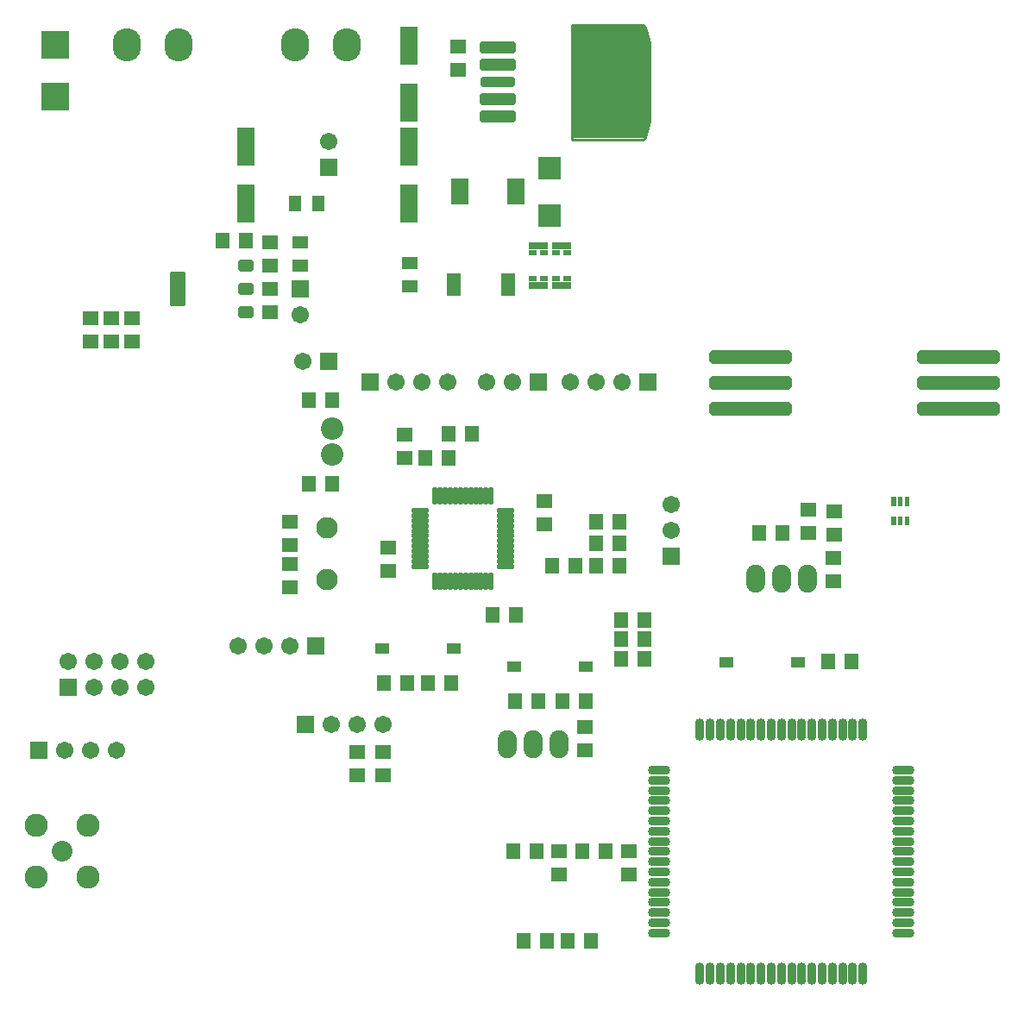
<source format=gts>
G04*
G04 #@! TF.GenerationSoftware,Altium Limited,Altium Designer,22.2.1 (43)*
G04*
G04 Layer_Color=8388736*
%FSLAX24Y24*%
%MOIN*%
G70*
G04*
G04 #@! TF.SameCoordinates,AB8B2AD1-1602-442A-A43A-F402AF7CDF0B*
G04*
G04*
G04 #@! TF.FilePolarity,Negative*
G04*
G01*
G75*
%ADD14C,0.0100*%
G04:AMPARAMS|DCode=36|XSize=39.4mil|YSize=133.9mil|CornerRadius=9.8mil|HoleSize=0mil|Usage=FLASHONLY|Rotation=270.000|XOffset=0mil|YOffset=0mil|HoleType=Round|Shape=RoundedRectangle|*
%AMROUNDEDRECTD36*
21,1,0.0394,0.1142,0,0,270.0*
21,1,0.0197,0.1339,0,0,270.0*
1,1,0.0197,-0.0571,-0.0098*
1,1,0.0197,-0.0571,0.0098*
1,1,0.0197,0.0571,0.0098*
1,1,0.0197,0.0571,-0.0098*
%
%ADD36ROUNDEDRECTD36*%
%ADD40C,0.0200*%
%ADD41R,0.2820X0.4380*%
%ADD42R,0.0630X0.0580*%
%ADD43R,0.0580X0.0630*%
%ADD44R,0.0138X0.0315*%
%ADD45R,0.0552X0.0395*%
G04:AMPARAMS|DCode=46|XSize=69.4mil|YSize=19.8mil|CornerRadius=8.1mil|HoleSize=0mil|Usage=FLASHONLY|Rotation=270.000|XOffset=0mil|YOffset=0mil|HoleType=Round|Shape=RoundedRectangle|*
%AMROUNDEDRECTD46*
21,1,0.0694,0.0035,0,0,270.0*
21,1,0.0531,0.0198,0,0,270.0*
1,1,0.0163,-0.0018,-0.0266*
1,1,0.0163,-0.0018,0.0266*
1,1,0.0163,0.0018,0.0266*
1,1,0.0163,0.0018,-0.0266*
%
%ADD46ROUNDEDRECTD46*%
G04:AMPARAMS|DCode=47|XSize=69.4mil|YSize=19.8mil|CornerRadius=8.1mil|HoleSize=0mil|Usage=FLASHONLY|Rotation=180.000|XOffset=0mil|YOffset=0mil|HoleType=Round|Shape=RoundedRectangle|*
%AMROUNDEDRECTD47*
21,1,0.0694,0.0035,0,0,180.0*
21,1,0.0531,0.0198,0,0,180.0*
1,1,0.0163,-0.0266,0.0018*
1,1,0.0163,0.0266,0.0018*
1,1,0.0163,0.0266,-0.0018*
1,1,0.0163,-0.0266,-0.0018*
%
%ADD47ROUNDEDRECTD47*%
G04:AMPARAMS|DCode=48|XSize=44.6mil|YSize=59.6mil|CornerRadius=6.7mil|HoleSize=0mil|Usage=FLASHONLY|Rotation=90.000|XOffset=0mil|YOffset=0mil|HoleType=Round|Shape=RoundedRectangle|*
%AMROUNDEDRECTD48*
21,1,0.0446,0.0461,0,0,90.0*
21,1,0.0311,0.0596,0,0,90.0*
1,1,0.0135,0.0230,0.0156*
1,1,0.0135,0.0230,-0.0156*
1,1,0.0135,-0.0230,-0.0156*
1,1,0.0135,-0.0230,0.0156*
%
%ADD48ROUNDEDRECTD48*%
G04:AMPARAMS|DCode=49|XSize=135.6mil|YSize=59.6mil|CornerRadius=7.9mil|HoleSize=0mil|Usage=FLASHONLY|Rotation=90.000|XOffset=0mil|YOffset=0mil|HoleType=Round|Shape=RoundedRectangle|*
%AMROUNDEDRECTD49*
21,1,0.1356,0.0438,0,0,90.0*
21,1,0.1198,0.0596,0,0,90.0*
1,1,0.0157,0.0219,0.0599*
1,1,0.0157,0.0219,-0.0599*
1,1,0.0157,-0.0219,-0.0599*
1,1,0.0157,-0.0219,0.0599*
%
%ADD49ROUNDEDRECTD49*%
%ADD50R,0.0630X0.0474*%
%ADD51R,0.0474X0.0630*%
%ADD52R,0.0710X0.1458*%
%ADD53R,0.0552X0.0907*%
%ADD54R,0.0730X0.0316*%
%ADD55R,0.0867X0.0867*%
%ADD56R,0.0671X0.1025*%
G04:AMPARAMS|DCode=57|XSize=47.4mil|YSize=141.9mil|CornerRadius=13.8mil|HoleSize=0mil|Usage=FLASHONLY|Rotation=270.000|XOffset=0mil|YOffset=0mil|HoleType=Round|Shape=RoundedRectangle|*
%AMROUNDEDRECTD57*
21,1,0.0474,0.1142,0,0,270.0*
21,1,0.0197,0.1419,0,0,270.0*
1,1,0.0277,-0.0571,-0.0098*
1,1,0.0277,-0.0571,0.0098*
1,1,0.0277,0.0571,0.0098*
1,1,0.0277,0.0571,-0.0098*
%
%ADD57ROUNDEDRECTD57*%
%ADD58O,0.0356X0.0867*%
%ADD59O,0.0867X0.0356*%
G04:AMPARAMS|DCode=60|XSize=323mil|YSize=55.2mil|CornerRadius=0mil|HoleSize=0mil|Usage=FLASHONLY|Rotation=180.000|XOffset=0mil|YOffset=0mil|HoleType=Round|Shape=Octagon|*
%AMOCTAGOND60*
4,1,8,-0.1615,0.0138,-0.1615,-0.0138,-0.1477,-0.0276,0.1477,-0.0276,0.1615,-0.0138,0.1615,0.0138,0.1477,0.0276,-0.1477,0.0276,-0.1615,0.0138,0.0*
%
%ADD60OCTAGOND60*%

%ADD61C,0.0900*%
%ADD62C,0.0800*%
%ADD63R,0.0671X0.0671*%
%ADD64C,0.0671*%
%ADD65O,0.0740X0.1080*%
%ADD66C,0.0830*%
%ADD67C,0.0867*%
%ADD68R,0.0671X0.0671*%
%ADD69O,0.1080X0.1280*%
%ADD70R,0.1064X0.1064*%
G36*
X21564Y29663D02*
X21259D01*
Y29860D01*
X21564D01*
Y29663D01*
D02*
G37*
G36*
X21141D02*
X20836D01*
Y29860D01*
X21141D01*
Y29663D01*
D02*
G37*
G36*
X20664D02*
X20359D01*
Y29860D01*
X20664D01*
Y29663D01*
D02*
G37*
G36*
X20241D02*
X19936D01*
Y29860D01*
X20241D01*
Y29663D01*
D02*
G37*
G36*
X21564Y28640D02*
X21259D01*
Y28837D01*
X21564D01*
Y28640D01*
D02*
G37*
G36*
X21141D02*
X20836D01*
Y28837D01*
X21141D01*
Y28640D01*
D02*
G37*
G36*
X20664D02*
X20359D01*
Y28837D01*
X20664D01*
Y28640D01*
D02*
G37*
G36*
X20241D02*
X19936D01*
Y28837D01*
X20241D01*
Y28640D01*
D02*
G37*
G36*
X34389Y19947D02*
X34211D01*
Y20301D01*
X34389D01*
Y19947D01*
D02*
G37*
G36*
X34644Y19947D02*
X34467D01*
Y20301D01*
X34644D01*
Y19947D01*
D02*
G37*
G36*
X34133Y19947D02*
X33955D01*
Y20301D01*
X34133D01*
Y19947D01*
D02*
G37*
G36*
Y19199D02*
X33955D01*
Y19553D01*
X34133D01*
Y19199D01*
D02*
G37*
G36*
X34389Y19198D02*
X34211D01*
Y19553D01*
X34389D01*
Y19198D01*
D02*
G37*
G36*
X34644Y19198D02*
X34468D01*
Y19553D01*
X34644D01*
Y19198D01*
D02*
G37*
G54D14*
X24618Y34800D02*
X24623Y34835D01*
X24618Y34800D02*
X24623Y34835D01*
X24327Y34123D02*
X24405Y34149D01*
X24451Y34216D01*
X24327Y34123D02*
X24405Y34149D01*
X24451Y34216D01*
X24623Y37835D02*
X24618Y37871D01*
X24623Y37835D02*
X24618Y37871D01*
X24451Y38454D02*
X24405Y38522D01*
X24327Y38548D01*
X24451Y38454D02*
X24405Y38522D01*
X24327Y38548D01*
X24451Y34217D02*
X24618Y34800D01*
X24623Y34835D02*
Y37835D01*
X23827Y34123D02*
X24327D01*
X24451Y38454D02*
X24618Y37871D01*
X23827Y38548D02*
X24327D01*
X21602D02*
X23827D01*
X21600Y38546D02*
X21602Y38548D01*
X21600Y34350D02*
Y38546D01*
Y34100D02*
Y34350D01*
Y34100D02*
X24350D01*
X24400Y34150D01*
G54D36*
X18750Y36350D02*
D03*
G54D40*
X24477Y34512D02*
Y38152D01*
G54D41*
X23060Y36332D02*
D03*
G54D42*
X23800Y5700D02*
D03*
Y6600D02*
D03*
X21100Y5700D02*
D03*
Y6600D02*
D03*
X13300Y10450D02*
D03*
Y9550D02*
D03*
X14300Y10450D02*
D03*
Y9550D02*
D03*
X30750Y18900D02*
D03*
Y19800D02*
D03*
X31750Y18850D02*
D03*
Y19750D02*
D03*
X31700Y17050D02*
D03*
Y17950D02*
D03*
X22100Y11400D02*
D03*
Y10500D02*
D03*
X20550Y19250D02*
D03*
Y20150D02*
D03*
X15150Y22700D02*
D03*
Y21800D02*
D03*
X14500Y18350D02*
D03*
Y17450D02*
D03*
X10700Y17700D02*
D03*
Y16800D02*
D03*
Y18450D02*
D03*
Y19350D02*
D03*
X4600Y27200D02*
D03*
Y26300D02*
D03*
X3800Y27200D02*
D03*
Y26300D02*
D03*
X3000Y27200D02*
D03*
Y26300D02*
D03*
X9950Y30150D02*
D03*
Y29250D02*
D03*
Y28350D02*
D03*
Y27450D02*
D03*
X17200Y37700D02*
D03*
Y36800D02*
D03*
G54D43*
X22000Y6600D02*
D03*
X22900D02*
D03*
X19350D02*
D03*
X20250D02*
D03*
X21450Y3150D02*
D03*
X22350D02*
D03*
X19750D02*
D03*
X20650D02*
D03*
X29750Y18900D02*
D03*
X28850D02*
D03*
X31500Y13950D02*
D03*
X32400D02*
D03*
X24400Y14050D02*
D03*
X23500D02*
D03*
X24400Y14800D02*
D03*
X23500D02*
D03*
X24400Y15550D02*
D03*
X23500D02*
D03*
X21250Y12400D02*
D03*
X22150D02*
D03*
X20300D02*
D03*
X19400D02*
D03*
X16050Y13100D02*
D03*
X16950D02*
D03*
X18550Y15750D02*
D03*
X19450D02*
D03*
X15250Y13100D02*
D03*
X14350D02*
D03*
X23450Y18500D02*
D03*
X22550D02*
D03*
X23450Y17650D02*
D03*
X22550D02*
D03*
Y19350D02*
D03*
X23450D02*
D03*
X21750Y17650D02*
D03*
X20850D02*
D03*
X17750Y22750D02*
D03*
X16850D02*
D03*
Y21800D02*
D03*
X15950D02*
D03*
X11450Y20800D02*
D03*
X12350D02*
D03*
X11450Y24050D02*
D03*
X12350D02*
D03*
X9000Y30200D02*
D03*
X8100D02*
D03*
G54D44*
X34044Y20124D02*
D03*
X34300D02*
D03*
X34556D02*
D03*
Y19376D02*
D03*
X34300D02*
D03*
X34044D02*
D03*
G54D45*
X27572Y13900D02*
D03*
X30328D02*
D03*
X19372Y13750D02*
D03*
X22128D02*
D03*
X17028Y14450D02*
D03*
X14272D02*
D03*
G54D46*
X16317Y20346D02*
D03*
X16514D02*
D03*
X16711D02*
D03*
X16908D02*
D03*
X17105D02*
D03*
X17302D02*
D03*
X17498D02*
D03*
X17695D02*
D03*
X17892D02*
D03*
X18089D02*
D03*
X18286D02*
D03*
X18483D02*
D03*
Y17054D02*
D03*
X18286D02*
D03*
X18089D02*
D03*
X17892D02*
D03*
X17695D02*
D03*
X17498D02*
D03*
X17302D02*
D03*
X17105D02*
D03*
X16908D02*
D03*
X16711D02*
D03*
X16514D02*
D03*
X16317D02*
D03*
G54D47*
X19046Y19783D02*
D03*
Y19586D02*
D03*
Y19389D02*
D03*
Y19192D02*
D03*
Y18995D02*
D03*
Y18798D02*
D03*
Y18602D02*
D03*
Y18405D02*
D03*
Y18208D02*
D03*
Y18011D02*
D03*
Y17814D02*
D03*
Y17617D02*
D03*
X15754D02*
D03*
Y17814D02*
D03*
Y18011D02*
D03*
Y18208D02*
D03*
Y18405D02*
D03*
Y18602D02*
D03*
Y18798D02*
D03*
Y18995D02*
D03*
Y19192D02*
D03*
Y19389D02*
D03*
Y19586D02*
D03*
Y19783D02*
D03*
G54D48*
X9017Y27448D02*
D03*
Y28350D02*
D03*
Y29252D02*
D03*
G54D49*
X6383Y28350D02*
D03*
G54D50*
X11100Y30150D02*
D03*
Y29250D02*
D03*
X15350Y29350D02*
D03*
Y28450D02*
D03*
G54D51*
X11800Y31650D02*
D03*
X10900D02*
D03*
G54D52*
X15300Y31648D02*
D03*
Y33852D02*
D03*
Y37752D02*
D03*
Y35548D02*
D03*
X9000Y31648D02*
D03*
Y33852D02*
D03*
G54D53*
X17057Y28500D02*
D03*
X19143D02*
D03*
G54D54*
X20300Y28482D02*
D03*
Y30018D02*
D03*
X21200Y28482D02*
D03*
Y30018D02*
D03*
G54D55*
X20750Y31175D02*
D03*
Y33025D02*
D03*
G54D56*
X17267Y32100D02*
D03*
X19433D02*
D03*
G54D57*
X18750Y37689D02*
D03*
Y37019D02*
D03*
Y35681D02*
D03*
Y35011D02*
D03*
G54D58*
X26550Y1876D02*
D03*
X26944D02*
D03*
X27338D02*
D03*
X27731D02*
D03*
X28125D02*
D03*
X28519D02*
D03*
X28913D02*
D03*
X29306D02*
D03*
X29700D02*
D03*
X30094D02*
D03*
X30487D02*
D03*
X30881D02*
D03*
X31275D02*
D03*
X31669D02*
D03*
X32062D02*
D03*
X32456D02*
D03*
X32850D02*
D03*
Y11324D02*
D03*
X32456D02*
D03*
X32062D02*
D03*
X31669D02*
D03*
X31275D02*
D03*
X30881D02*
D03*
X30487D02*
D03*
X30094D02*
D03*
X29700D02*
D03*
X29306D02*
D03*
X28913D02*
D03*
X28519D02*
D03*
X28125D02*
D03*
X27731D02*
D03*
X27338D02*
D03*
X26944D02*
D03*
X26550D02*
D03*
G54D59*
X34424Y3450D02*
D03*
Y3844D02*
D03*
Y4238D02*
D03*
Y4631D02*
D03*
Y5025D02*
D03*
Y5419D02*
D03*
Y5813D02*
D03*
Y6206D02*
D03*
Y6600D02*
D03*
Y6994D02*
D03*
Y7387D02*
D03*
Y7781D02*
D03*
Y8175D02*
D03*
Y8569D02*
D03*
Y8962D02*
D03*
Y9356D02*
D03*
Y9750D02*
D03*
X24976D02*
D03*
Y9356D02*
D03*
Y8962D02*
D03*
Y8569D02*
D03*
Y8175D02*
D03*
Y7781D02*
D03*
Y7387D02*
D03*
Y6994D02*
D03*
Y6600D02*
D03*
Y6206D02*
D03*
Y5813D02*
D03*
Y5419D02*
D03*
Y5025D02*
D03*
Y4631D02*
D03*
Y4238D02*
D03*
Y3844D02*
D03*
Y3450D02*
D03*
G54D60*
X36531Y23700D02*
D03*
Y24700D02*
D03*
Y25700D02*
D03*
X28509D02*
D03*
Y24700D02*
D03*
Y23700D02*
D03*
G54D61*
X2900Y7600D02*
D03*
Y5600D02*
D03*
X900D02*
D03*
Y7600D02*
D03*
G54D62*
X1900Y6600D02*
D03*
G54D63*
X2150Y12950D02*
D03*
X1000Y10500D02*
D03*
X24550Y24750D02*
D03*
X20300D02*
D03*
X13800D02*
D03*
X12200Y25550D02*
D03*
X11700Y14550D02*
D03*
X11300Y11500D02*
D03*
G54D64*
X3150Y12950D02*
D03*
X4150D02*
D03*
X5150D02*
D03*
X2150Y13950D02*
D03*
X3150D02*
D03*
X4150D02*
D03*
X5150D02*
D03*
X2000Y10500D02*
D03*
X3000D02*
D03*
X4000D02*
D03*
X23550Y24750D02*
D03*
X22550D02*
D03*
X21550D02*
D03*
X18300D02*
D03*
X19300D02*
D03*
X16800D02*
D03*
X15800D02*
D03*
X14800D02*
D03*
X11200Y25550D02*
D03*
X11100Y27350D02*
D03*
X12200Y34050D02*
D03*
X10700Y14550D02*
D03*
X9700D02*
D03*
X8700D02*
D03*
X25450Y19000D02*
D03*
Y20000D02*
D03*
X12300Y11500D02*
D03*
X13300D02*
D03*
X14300D02*
D03*
G54D65*
X30700Y17150D02*
D03*
X29700D02*
D03*
X28700D02*
D03*
X21100Y10750D02*
D03*
X20100D02*
D03*
X19100D02*
D03*
G54D66*
X12150Y17100D02*
D03*
Y19100D02*
D03*
G54D67*
X12350Y21950D02*
D03*
Y22950D02*
D03*
G54D68*
X11100Y28350D02*
D03*
X12200Y33050D02*
D03*
X25450Y18000D02*
D03*
G54D69*
X10900Y37770D02*
D03*
X6400D02*
D03*
X4400D02*
D03*
X12900D02*
D03*
G54D70*
X1650D02*
D03*
Y35770D02*
D03*
M02*

</source>
